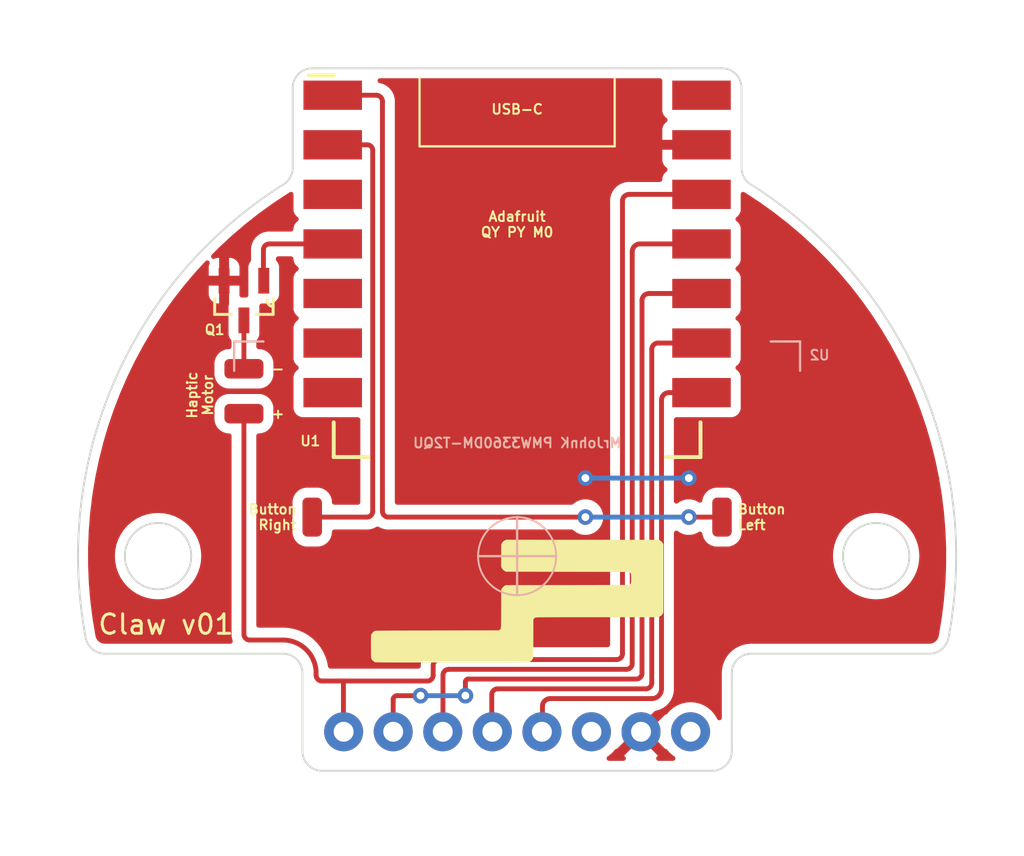
<source format=kicad_pcb>
(kicad_pcb (version 20211014) (generator pcbnew)
  (title_block (title "Claw Trackball") (date "2022-11-11") (rev "v01") (comment 1 "Author: Jim Palmer") (comment 2 "License: MIT"))
  (layers (0 "F.Cu" signal) (31 "B.Cu" signal) (36 "B.SilkS" user "B.Silkscreen") (37 "F.SilkS" user "F.Silkscreen") (38 "B.Mask" user) (39 "F.Mask" user) (44 "Edge.Cuts" user))
  (net 0 "")
  (net 1 "Net-(J1-Pad1)")
  (net 2 "Net-(J2-Pad1)")
  (net 3 "Net-(U1-Pad1)")
  (net 4 "Net-(U1-Pad2)")
  (net 5 "Net-(Q1-Pad1)")
  (net 6 "GND")
  (net 12 "Net-(U1-Pad11)")
  (net 13 "Net-(U1-Pad12)")
  (net 14 "Net-(U1-Pad13)")
  (net 15 "Net-(U1-Pad14)")
  (footprint "Trackball:Adafruit_QT_PY_M0" (layer "F.Cu") (at 144.5 131 -90)
    (fp_text reference "U1" (at 10.1 10.6 unlocked) (layer "F.SilkS") (effects (font (size 0.5 0.5) (thickness 0.1))))
    (fp_text value "Adafruit_QT_Py_M0")
    (fp_line (start 10.922 7.62) (end 10.922 9.398) (layer "F.SilkS") (width 0.2))
    (fp_line (start 10.922 -9.398) (end 10.922 -7.62) (layer "F.SilkS") (width 0.2))
    (fp_line (start -5 -5) (end -5 5) (layer "F.SilkS") (width 0.12))
    (fp_line (start 9.144 -9.398) (end 10.922 -9.398) (layer "F.SilkS") (width 0.2))
    (fp_line (start -5 5) (end -8.5 5) (layer "F.SilkS") (width 0.12))
    (fp_line (start -8.636 9.398) (end -8.636 10.668) (layer "F.SilkS") (width 0.2))
    (fp_line (start 10.922 9.398) (end 9.144 9.398) (layer "F.SilkS") (width 0.2))
    (fp_line (start -8.5 -5) (end -5 -5) (layer "F.SilkS") (width 0.12))
    (pad "1" smd rect (at -7.62 9.45 270) (size 1.5 3) (layers "F.Cu" "F.Paste" "F.Mask") (net 3 "Net-(U1-Pad1)"))
    (pad "2" smd rect (at -5.08 9.45 270) (size 1.5 3) (layers "F.Cu" "F.Paste" "F.Mask") (net 4 "Net-(U1-Pad2)"))
    (pad "3" smd rect (at -2.54 9.45 270) (size 1.5 3) (layers "F.Cu" "F.Paste" "F.Mask"))
    (pad "4" smd rect (at 0 9.45 270) (size 1.5 3) (layers "F.Cu" "F.Paste" "F.Mask") (net 5 "Net-(Q1-Pad1)"))
    (pad "5" smd rect (at 2.54 9.45 270) (size 1.5 3) (layers "F.Cu" "F.Paste" "F.Mask"))
    (pad "6" smd rect (at 5.08 9.45 270) (size 1.5 3) (layers "F.Cu" "F.Paste" "F.Mask"))
    (pad "7" smd rect (at 7.62 9.45 270) (size 1.5 3) (layers "F.Cu" "F.Paste" "F.Mask"))
    (pad "8" smd rect (at -7.62 -9.45 270) (size 1.5 3) (layers "F.Cu" "F.Paste" "F.Mask"))
    (pad "9" smd rect (at -5.08 -9.45 270) (size 1.5 3) (layers "F.Cu" "F.Paste" "F.Mask") (net 6 "GND"))
    (pad "10" smd rect (at -2.54 -9.45 270) (size 1.5 3) (layers "F.Cu" "F.Paste" "F.Mask") (net 1 "Net-(J1-Pad1)"))
    (pad "11" smd rect (at 0 -9.45 270) (size 1.5 3) (layers "F.Cu" "F.Paste" "F.Mask") (net 12 "Net-(U1-Pad11)"))
    (pad "12" smd rect (at 2.54 -9.45 270) (size 1.5 3) (layers "F.Cu" "F.Paste" "F.Mask") (net 13 "Net-(U1-Pad12)"))
    (pad "13" smd rect (at 5.08 -9.45 270) (size 1.5 3) (layers "F.Cu" "F.Paste" "F.Mask") (net 14 "Net-(U1-Pad13)"))
    (pad "14" smd rect (at 7.62 -9.45 270) (size 1.5 3) (layers "F.Cu" "F.Paste" "F.Mask") (net 15 "Net-(U1-Pad14)"))
  )
  (footprint "Trackball:MMBT2222A-7-F" (layer "F.Cu") (at 130.5 133.9 -90)
    (fp_text reference "Q1" (at 1.5 1.5 180) (layer "F.SilkS") (effects (font (size 0.5 0.5) (thickness 0.1))))
    (fp_text value "MMBT2222A-7-F")
    (fp_line (start 0.7112 -0.6096) (end 0.7112 -1.4986) (layer "F.SilkS") (width 0.1524))
    (fp_line (start 0.3048 -1.4986) (end -0.1016 -1.4986) (layer "F.SilkS") (width 0.1524))
    (fp_line (start 0.7112 1.4986) (end 0.7112 0.6096) (layer "F.SilkS") (width 0.1524))
    (fp_line (start -0.1016 1.4986) (end 0.7112 1.4986) (layer "F.SilkS") (width 0.1524))
    (fp_line (start 0.7112 -1.4986) (end 0.3048 -1.4986) (layer "F.SilkS") (width 0.1524))
    (fp_arc (start 0.3048 -1.4986) (mid 0.206758 -1.273554) (end -0.0254 -1.1938) (layer "F.SilkS") (width 0.1524))
    (pad "1" smd rect (at -1.016 -1.016 270) (size 1.3208 0.5588) (layers "F.Cu" "F.Paste" "F.Mask") (net 5 "Net-(Q1-Pad1)"))
    (pad "2" smd rect (at -1.016 1.016 270) (size 1.3208 0.5588) (layers "F.Cu" "F.Paste" "F.Mask") (net 6 "GND"))
    (pad "3" smd rect (at 1.016 0 270) (size 1.3208 0.5588) (layers "F.Cu" "F.Paste" "F.Mask") (net 2 "Net-(J2-Pad1)"))
  )
  (footprint "LOGO" (layer "F.Cu") (at 144.5 149.3)
    (fp_text reference "G***" hide)
    (fp_text value "LOGO" hide)
    (fp_poly (pts (xy 3.349973 -3.138644) (xy 7.261355 -3.136937) (xy 7.312343 -3.1111) (xy 7.375027 -3.072741) (xy 7.423072 -3.026943) (xy 7.461957 -2.968427) (xy 7.463634 -2.965308) (xy 7.495579 -2.905372) (xy 7.495579 -1.159226) (xy 7.495577 -0.938986) (xy 7.495564 -0.738065) (xy 7.495529 -0.555552) (xy 7.495461 -0.390535) (xy 7.49535 -0.242102) (xy 7.495185 -0.109343) (xy 7.494957 0.008656) (xy 7.494653 0.112805) (xy 7.494264 0.204016) (xy 7.493779 0.283201) (xy 7.493187 0.351272) (xy 7.492478 0.409139) (xy 7.491641 0.457715) (xy 7.490666 0.497912) (xy 7.489542 0.53064) (xy 7.488258 0.556812) (xy 7.486804 0.57734) (xy 7.485169 0.593134) (xy 7.483343 0.605106) (xy 7.481315 0.614169) (xy 7.479074 0.621234) (xy 7.47661 0.627212) (xy 7.474776 0.631177) (xy 7.433805 0.697944) (xy 7.378822 0.752007) (xy 7.31181 0.793532) (xy 7.239974 0.829471) (xy 4.108059 0.830182) (xy 3.807612 0.83028) (xy 3.520016 0.830434) (xy 3.245684 0.830644) (xy 2.985028 0.830906) (xy 2.738461 0.831221) (xy 2.506394 0.831587) (xy 2.28924 0.832003) (xy 2.087412 0.832466) (xy 1.901321 0.832977) (xy 1.73138 0.833533) (xy 1.578001 0.834133) (xy 1.441597 0.834776) (xy 1.322579 0.835461) (xy 1.22136 0.836185) (xy 1.138352 0.836949) (xy 1.073968 0.83775) (xy 1.02862 0.838587) (xy 1.002719 0.839459) (xy 0.996376 0.840272) (xy 1.006003 0.845852) (xy 0.99796 0.84613) (xy 0.98447 0.843977) (xy 0.942358 0.846516) (xy 0.900935 0.868163) (xy 0.862869 0.90706) (xy 0.834528 0.944208) (xy 0.832032 1.744128) (xy 0.83148 1.923234) (xy 0.83098 2.083235) (xy 0.830501 2.225257) (xy 0.83001 2.350425) (xy 0.829476 2.459866) (xy 0.828866 2.554705) (xy 0.828147 2.636068) (xy 0.827289 2.705081) (xy 0.826259 2.762869) (xy 0.825023 2.810558) (xy 0.823552 2.849274) (xy 0.821811 2.880143) (xy 0.819769 2.904291) (xy 0.817395 2.922843) (xy 0.814655 2.936926) (xy 0.811517 2.947664) (xy 0.80795 2.956184) (xy 0.803921 2.963611) (xy 0.799398 2.971072) (xy 0.796855 2.975313) (xy 0.761969 3.022953) (xy 0.7164 3.068807) (xy 0.666483 3.107263) (xy 0.619515 3.132343) (xy 0.61481 3.133981) (xy 0.608981 3.135521) (xy 0.60141 3.136965) (xy 0.591479 3.138317) (xy 0.578571 3.13958) (xy 0.562069 3.140757) (xy 0.541354 3.141851) (xy 0.51581 3.142865) (xy 0.484818 3.143804) (xy 0.447761 3.144669) (xy 0.404021 3.145463) (xy 0.352981 3.146191) (xy 0.294023 3.146855) (xy 0.226529 3.147459) (xy 0.149882 3.148005) (xy 0.063465 3.148497) (xy -0.033341 3.148938) (xy -0.141153 3.149331) (xy -0.260588 3.149679) (xy -0.392265 3.149986) (xy -0.5368 3.150254) (xy -0.694811 3.150487) (xy -0.866917 3.150687) (xy -1.053734 3.150859) (xy -1.25588 3.151005) (xy -1.473974 3.151129) (xy -1.708631 3.151233) (xy -1.960471 3.151321) (xy -2.23011 3.151396) (xy -2.518166 3.151461) (xy -2.825258 3.151519) (xy -3.130745 3.15157) (xy -3.40563 3.151598) (xy -3.676426 3.151596) (xy -3.942368 3.151563) (xy -4.20269 3.151502) (xy -4.456627 3.151412) (xy -4.703411 3.151295) (xy -4.942278 3.151152) (xy -5.172462 3.150984) (xy -5.393197 3.150792) (xy -5.603717 3.150576) (xy -5.803256 3.150339) (xy -5.991048 3.15008) (xy -6.166328 3.149801) (xy -6.328331 3.149503) (xy -6.476289 3.149187) (xy -6.609438 3.148853) (xy -6.727011 3.148503) (xy -6.828242 3.148138) (xy -6.912367 3.147759) (xy -6.978619 3.147367) (xy -7.026232 3.146962) (xy -7.054441 3.146545) (xy -7.055823 3.146512) (xy -7.278631 3.140861) (xy -7.331191 3.10711) (xy -7.399888 3.052558) (xy -7.450987 2.988312) (xy -7.469222 2.954238) (xy -7.473749 2.943982) (xy -7.477584 2.933243) (xy -7.480786 2.920346) (xy -7.48341 2.903619) (xy -7.485515 2.881387) (xy -7.487158 2.851977) (xy -7.488396 2.813714) (xy -7.489286 2.764925) (xy -7.489885 2.703937) (xy -7.490251 2.629075) (xy -7.490441 2.538666) (xy -7.490512 2.431037) (xy -7.490522 2.331621) (xy -7.490504 2.209025) (xy -7.490411 2.104987) (xy -7.490188 2.017835) (xy -7.489777 1.945897) (xy -7.48912 1.8875) (xy -7.488162 1.840971) (xy -7.486846 1.804637) (xy -7.485114 1.776828) (xy -7.482909 1.755869) (xy -7.480175 1.740088) (xy -7.476856 1.727814) (xy -7.472893 1.717372) (xy -7.469362 1.709519) (xy -7.431418 1.647521) (xy -7.380336 1.592354) (xy -7.321221 1.548745) (xy -7.269961 1.524799) (xy -7.259429 1.52363) (xy -7.234603 1.522505) (xy -7.195165 1.521422) (xy -7.140798 1.520378) (xy -7.071185 1.519374) (xy -6.986007 1.518405) (xy -6.884947 1.517472) (xy -6.767688 1.516573) (xy -6.633912 1.515705) (xy -6.483303 1.514867) (xy -6.315541 1.514058) (xy -6.13031 1.513275) (xy -5.927293 1.512517) (xy -5.706171 1.511783) (xy -5.466627 1.51107) (xy -5.208345 1.510377) (xy -4.931005 1.509702) (xy -4.634291 1.509044) (xy -4.317886 1.508401) (xy -4.085065 1.50796) (xy -0.932496 1.502151) (xy -0.893628 1.470885) (xy -0.882364 1.462259) (xy -0.872392 1.454774) (xy -0.863629 1.447216) (xy -0.855989 1.438368) (xy -0.849389 1.427017) (xy -0.843745 1.411945) (xy -0.838971 1.391937) (xy -0.834985 1.365779) (xy -0.8317 1.332253) (xy -0.829035 1.290145) (xy -0.826903 1.238239) (xy -0.825221 1.17532) (xy -0.823904 1.100172) (xy -0.822868 1.011579) (xy -0.82203 0.908326) (xy -0.821304 0.789198) (xy -0.820606 0.652978) (xy -0.819853 0.498452) (xy -0.819355 0.399562) (xy -0.814297 -0.58164) (xy -0.784292 -0.635813) (xy -0.744302 -0.69227) (xy -0.691028 -0.745004) (xy -0.631224 -0.787487) (xy -0.622103 -0.792575) (xy -0.581641 -0.814297) (xy 2.581041 -0.819354) (xy 5.743723 -0.824412) (xy 5.781716 -0.855163) (xy 5.802072 -0.873262) (xy 5.817783 -0.892397) (xy 5.829389 -0.915332) (xy 5.837428 -0.944826) (xy 5.842438 -0.983641) (xy 5.844957 -1.034538) (xy 5.845525 -1.100277) (xy 5.844755 -1.178454) (xy 5.84362 -1.249624) (xy 5.842338 -1.303516) (xy 5.840598 -1.34308) (xy 5.838091 -1.371268) (xy 5.834508 -1.391032) (xy 5.82954 -1.405324) (xy 5.822878 -1.417095) (xy 5.819198 -1.42242) (xy 5.795855 -1.44949) (xy 5.769978 -1.472059) (xy 5.768621 -1.472998) (xy 5.765549 -1.474806) (xy 5.761399 -1.476498) (xy 5.755505 -1.478078) (xy 5.747199 -1.479553) (xy 5.735816 -1.480927) (xy 5.720688 -1.482205) (xy 5.70115 -1.483393) (xy 5.676533 -1.484494) (xy 5.646173 -1.485515) (xy 5.609402 -1.48646) (xy 5.565554 -1.487334) (xy 5.513962 -1.488143) (xy 5.45396 -1.488891) (xy 5.384881 -1.489583) (xy 5.306058 -1.490225) (xy 5.216825 -1.490822) (xy 5.116516 -1.491378) (xy 5.004463 -1.491899) (xy 4.880001 -1.492389) (xy 4.742462 -1.492854) (xy 4.59118 -1.493299) (xy 4.425489 -1.493729) (xy 4.244721 -1.494149) (xy 4.048211 -1.494563) (xy 3.835291 -1.494978) (xy 3.605296 -1.495397) (xy 3.357559 -1.495827) (xy 3.091412 -1.496271) (xy 2.80619 -1.496736) (xy 2.584508 -1.497092) (xy -0.571525 -1.50215) (xy -0.618687 -1.525383) (xy -0.690252 -1.571142) (xy -0.74941 -1.630696) (xy -0.789506 -1.693823) (xy -0.821094 -1.757987) (xy -0.817696 -2.328038) (xy -0.814297 -2.898088) (xy -0.786178 -2.955347) (xy -0.742407 -3.021835) (xy -0.682489 -3.076633) (xy -0.618259 -3.11395) (xy -0.56141 -3.140351)) (layer "F.SilkS") (width 0) (fill solid))
  )
  (footprint "Connector_Wire:SolderWirePad_1x01_SMD_1x2mm" (layer "F.Cu") (at 130.5 139.7 -90)
    (fp_text reference "+" (at 0 -1.75 -180) (layer "F.SilkS") (effects (font (size 0.5 0.5) (thickness 0.1))))
    (fp_text value "Conn_01x01_Male")
    (pad "1" smd roundrect (at 0 0 270) (size 1 2) (layers "F.Cu" "F.Paste" "F.Mask") (net 1 "Net-(J1-Pad1)"))
  )
  (footprint "Connector_Wire:SolderWirePad_1x01_SMD_1x2mm" (layer "F.Cu") (at 130.5 137.4 -90)
    (fp_text reference "-" (at 0 -1.75 -180) (layer "F.SilkS") (effects (font (size 0.5 0.5) (thickness 0.1))))
    (fp_text value "Conn_01x01_Male")
    (pad "1" smd roundrect (at 0 0 270) (size 1 2) (layers "F.Cu" "F.Paste" "F.Mask") (net 2 "Net-(J2-Pad1)"))
  )
  (footprint "Connector_Wire:SolderWirePad_1x01_SMD_1x2mm" (layer "F.Cu") (at 134 145)
    (fp_text reference "J2" hide)
    (fp_text value "Conn_01x01_Male")
    (pad "1" smd roundrect (at 0 0) (size 1 2) (layers "F.Cu" "F.Paste" "F.Mask") (net 4 "Net-(U1-Pad2)"))
  )
  (footprint "Connector_Wire:SolderWirePad_1x01_SMD_1x2mm" (layer "F.Cu") (at 155 145)
    (fp_text reference "J1" hide)
    (fp_text value "Conn_01x01_Male")
    (pad "1" smd roundrect (at 0 0) (size 1 2) (layers "F.Cu" "F.Paste" "F.Mask") (net 3 "Net-(U1-Pad1)"))
  )
  (footprint "Trackball:MrJohnK_PMW3360DM-T2QU" (layer "B.Cu") (at 144.5 147 180)
    (fp_text reference "U2" (at -15.5 10.3 unlocked) (layer "B.SilkS") (effects (font (size 0.5 0.5) (thickness 0.1)) (justify mirror)))
    (fp_text value "MrJohnK_PMW3360DM-T2QU")
    (fp_line (start 14.5 11) (end 14.5 9.5) (layer "B.SilkS") (width 0.12))
    (fp_line (start 2 0) (end -2 0) (layer "B.SilkS") (width 0.12))
    (fp_line (start -14.5 11) (end -14.5 9.5) (layer "B.SilkS") (width 0.12))
    (fp_line (start 13 11) (end 14.5 11) (layer "B.SilkS") (width 0.12))
    (fp_line (start 0 2) (end 0 -2) (layer "B.SilkS") (width 0.12))
    (fp_line (start -13 11) (end -14.5 11) (layer "B.SilkS") (width 0.12))
    (fp_circle (center 0 0) (end 2 0) (layer "B.SilkS") (width 0.1) (fill none))
    (pad "1" thru_hole circle (at -8.89 -9 180) (size 2 2) (drill 1.02) (layers *.Cu *.Mask))
    (pad "2" thru_hole circle (at -6.35 -9 180) (size 2 2) (drill 1.02) (layers *.Cu *.Mask) (net 6 "GND"))
    (pad "3" thru_hole circle (at -3.81 -9 180) (size 2 2) (drill 1.02) (layers *.Cu *.Mask))
    (pad "4" thru_hole circle (at -1.27 -9 180) (size 2 2) (drill 1.02) (layers *.Cu *.Mask) (net 15 "Net-(U1-Pad14)"))
    (pad "5" thru_hole circle (at 1.27 -9 180) (size 2 2) (drill 1.02) (layers *.Cu *.Mask) (net 14 "Net-(U1-Pad13)"))
    (pad "6" thru_hole circle (at 3.81 -9 180) (size 2 2) (drill 1.02) (layers *.Cu *.Mask) (net 12 "Net-(U1-Pad11)"))
    (pad "7" thru_hole circle (at 6.35 -9 180) (size 2 2) (drill 1.02) (layers *.Cu *.Mask) (net 13 "Net-(U1-Pad12)"))
    (pad "8" thru_hole circle (at 8.89 -9 180) (size 2 2) (drill 1.02) (layers *.Cu *.Mask) (net 1 "Net-(J1-Pad1)"))
  )
  (gr_line (start 133 123) (end 133 127.100252) (layer "Edge.Cuts") (width 0.1))
  (gr_line (start 132.5 152.000001) (end 123.37537 152.000001) (layer "Edge.Cuts") (width 0.1))
  (gr_circle (center 162.900036 147.000001) (end 164.600036 147.000001) (layer "Edge.Cuts") (width 0.1) (fill none))
  (gr_arc (start 155.5 153.000001) (mid 155.792893 152.292894) (end 156.5 152.000001) (layer "Edge.Cuts") (width 0.1))
  (gr_line (start 156 123) (end 156 127.100252) (layer "Edge.Cuts") (width 0.1))
  (gr_arc (start 134.5 158.000001) (mid 133.792893 157.707108) (end 133.5 157.000001) (layer "Edge.Cuts") (width 0.1))
  (gr_arc (start 155 122) (mid 155.707107 122.292893) (end 156 123) (layer "Edge.Cuts") (width 0.1))
  (gr_arc (start 132.5 152.000001) (mid 133.207107 152.292894) (end 133.5 153.000001) (layer "Edge.Cuts") (width 0.1))
  (gr_arc (start 133 123) (mid 133.292894 122.292894) (end 134 122) (layer "Edge.Cuts") (width 0.1))
  (gr_arc (start 156.468085 127.94705) (mid 165.122646 138.002419) (end 166.607171 151.186048) (layer "Edge.Cuts") (width 0.1))
  (gr_arc (start 133 127.100252) (mid 132.87519 127.584032) (end 132.531915 127.94705) (layer "Edge.Cuts") (width 0.1))
  (gr_line (start 133.5 157.000001) (end 133.5 153.000001) (layer "Edge.Cuts") (width 0.1))
  (gr_circle (center 126.099964 147.000001) (end 127.799964 147.000001) (layer "Edge.Cuts") (width 0.1) (fill none))
  (gr_arc (start 122.392829 151.186048) (mid 123.877354 138.002419) (end 132.531915 127.94705) (layer "Edge.Cuts") (width 0.1))
  (gr_arc (start 156.468085 127.94705) (mid 156.124809 127.584032) (end 156 127.100252) (layer "Edge.Cuts") (width 0.1))
  (gr_line (start 155.5 157.000001) (end 155.5 153.000001) (layer "Edge.Cuts") (width 0.1))
  (gr_line (start 134 122) (end 155 122) (layer "Edge.Cuts") (width 0.1))
  (gr_arc (start 166.607171 151.186048) (mid 166.26258 151.770093) (end 165.62463 152.000001) (layer "Edge.Cuts") (width 0.1))
  (gr_arc (start 123.37537 152.000001) (mid 122.737423 151.770081) (end 122.392829 151.186048) (layer "Edge.Cuts") (width 0.1))
  (gr_line (start 156.5 152.000001) (end 165.62463 152.000001) (layer "Edge.Cuts") (width 0.1))
  (gr_line (start 134.5 158.000001) (end 154.5 158.000001) (layer "Edge.Cuts") (width 0.1))
  (gr_arc (start 155.5 157.000001) (mid 155.207107 157.707108) (end 154.5 158.000001) (layer "Edge.Cuts") (width 0.1))
  (gr_text "MrJohnK PMW3360DM-T2QU" (at 144.5 141.2) (layer "B.SilkS") (effects (font (size 0.5 0.5) (thickness 0.1)) (justify mirror)))
  (gr_text "Adafruit\nQY PY M0" (at 144.5 130) (layer "F.SilkS") (effects (font (size 0.5 0.5) (thickness 0.1))))
  (gr_text "Button\nRight" (at 133.25 145) (layer "F.SilkS") (effects (font (size 0.5 0.5) (thickness 0.1)) (justify right)))
  (gr_text "Button\nLeft" (at 155.75 145) (layer "F.SilkS") (effects (font (size 0.5 0.5) (thickness 0.1)) (justify left)))
  (gr_text "Haptic\nMotor" (at 128.25 138.75 90) (layer "F.SilkS") (effects (font (size 0.5 0.5) (thickness 0.1))))
  (gr_text "USB-C" (at 144.5 124.1) (layer "F.SilkS") (effects (font (size 0.5 0.5) (thickness 0.1))))
  (gr_text "Claw v01" (at 126.5 150.5) (layer "F.SilkS") (effects (font (size 1 1))))
  (segment (start 139.9 153.4) (end 135.6 153.4) (width 0.25) (layer "F.Cu") (net 1))
  (segment (start 132.5 151.3) (end 130.8 151.3) (width 0.25) (layer "F.Cu") (net 1))
  (segment (start 130.5 151) (end 130.5 139.7) (width 0.25) (layer "F.Cu") (net 1))
  (segment (start 135.6 153.4) (end 134.5 153.4) (width 0.25) (layer "F.Cu") (net 1))
  (segment (start 153.95 128.46) (end 150.24 128.46) (width 0.25) (layer "F.Cu") (net 1))
  (segment (start 149.9 128.8) (end 149.9 152) (width 0.25) (layer "F.Cu") (net 1))
  (segment (start 135.6 153.4) (end 135.6 155.99) (width 0.25) (layer "F.Cu") (net 1))
  (segment (start 140.2 152.6) (end 140.2 153.1) (width 0.25) (layer "F.Cu") (net 1))
  (segment (start 149.6 152.3) (end 140.5 152.3) (width 0.25) (layer "F.Cu") (net 1))
  (segment (start 134.2 153.1) (end 134.2 153) (width 0.25) (layer "F.Cu") (net 1))
  (arc (start 149.9 152) (mid 149.812132 152.212132) (end 149.6 152.3) (width 0.25) (layer "F.Cu") (net 1))
  (arc (start 140.2 153.1) (mid 140.112132 153.312132) (end 139.9 153.4) (width 0.25) (layer "F.Cu") (net 1))
  (arc (start 134.5 153.4) (mid 134.287868 153.312132) (end 134.2 153.1) (width 0.25) (layer "F.Cu") (net 1))
  (arc (start 130.8 151.3) (mid 130.587868 151.212132) (end 130.5 151) (width 0.25) (layer "F.Cu") (net 1))
  (arc (start 135.6 155.99) (mid 135.602929 155.997071) (end 135.61 156) (width 0.25) (layer "F.Cu") (net 1))
  (arc (start 140.5 152.3) (mid 140.287868 152.387868) (end 140.2 152.6) (width 0.25) (layer "F.Cu") (net 1))
  (arc (start 134.2 153) (mid 133.702082 151.797918) (end 132.5 151.3) (width 0.25) (layer "F.Cu") (net 1))
  (arc (start 150.24 128.46) (mid 149.999584 128.559584) (end 149.9 128.8) (width 0.25) (layer "F.Cu") (net 1))
  (segment (start 130.5 134.916) (end 130.5 137.4) (width 0.25) (layer "F.Cu") (net 2))
  (segment (start 137.9 145) (end 148 145) (width 0.25) (layer "F.Cu") (net 3))
  (segment (start 135.05 123.38) (end 137.28 123.38) (width 0.25) (layer "F.Cu") (net 3))
  (segment (start 153.3 145) (end 155 145) (width 0.25) (layer "F.Cu") (net 3))
  (segment (start 137.6 123.7) (end 137.6 144.7) (width 0.25) (layer "F.Cu") (net 3))
  (via (at 148 145) (size 0.8) (drill 0.4) (layers "F.Cu" "B.Cu") (net 3))
  (via (at 153.3 145) (size 0.8) (drill 0.4) (layers "F.Cu" "B.Cu") (net 3))
  (arc (start 137.28 123.38) (mid 137.506274 123.473726) (end 137.6 123.7) (width 0.25) (layer "F.Cu") (net 3))
  (arc (start 137.6 144.7) (mid 137.687868 144.912132) (end 137.9 145) (width 0.25) (layer "F.Cu") (net 3))
  (segment (start 148 145) (end 153.3 145) (width 0.25) (layer "B.Cu") (net 3))
  (segment (start 136.8 145) (end 134 145) (width 0.25) (layer "F.Cu") (net 4))
  (segment (start 135.05 125.92) (end 136.82 125.92) (width 0.25) (layer "F.Cu") (net 4))
  (segment (start 137.1 126.2) (end 137.1 144.7) (width 0.25) (layer "F.Cu") (net 4))
  (arc (start 136.82 125.92) (mid 137.01799 126.00201) (end 137.1 126.2) (width 0.25) (layer "F.Cu") (net 4))
  (arc (start 137.1 144.7) (mid 137.012132 144.912132) (end 136.8 145) (width 0.25) (layer "F.Cu") (net 4))
  (segment (start 135.05 131) (end 131.8 131) (width 0.25) (layer "F.Cu") (net 5))
  (segment (start 131.5 131.3) (end 131.5 132.868) (width 0.25) (layer "F.Cu") (net 5))
  (arc (start 131.8 131) (mid 131.587868 131.087868) (end 131.5 131.3) (width 0.25) (layer "F.Cu") (net 5))
  (arc (start 131.5 132.868) (mid 131.504686 132.879314) (end 131.516 132.884) (width 0.25) (layer "F.Cu") (net 5))
  (via (at 153.3 143) (size 0.8) (drill 0.4) (layers "F.Cu" "B.Cu") (net 6))
  (via (at 148 143) (size 0.8) (drill 0.4) (layers "F.Cu" "B.Cu") (net 6))
  (segment (start 153.3 143) (end 148 143) (width 0.25) (layer "B.Cu") (net 6))
  (segment (start 140.7 153.1) (end 140.7 155.99) (width 0.25) (layer "F.Cu") (net 12))
  (segment (start 150.4 131.4) (end 150.4 152.5) (width 0.25) (layer "F.Cu") (net 12))
  (segment (start 150.1 152.8) (end 141 152.8) (width 0.25) (layer "F.Cu") (net 12))
  (segment (start 153.95 131) (end 150.8 131) (width 0.25) (layer "F.Cu") (net 12))
  (arc (start 140.7 155.99) (mid 140.697071 155.997071) (end 140.69 156) (width 0.25) (layer "F.Cu") (net 12))
  (arc (start 150.4 152.5) (mid 150.312132 152.712132) (end 150.1 152.8) (width 0.25) (layer "F.Cu") (net 12))
  (arc (start 141 152.8) (mid 140.787868 152.887868) (end 140.7 153.1) (width 0.25) (layer "F.Cu") (net 12))
  (arc (start 150.8 131) (mid 150.517157 131.117157) (end 150.4 131.4) (width 0.25) (layer "F.Cu") (net 12))
  (segment (start 150.9 133.9) (end 150.9 153) (width 0.25) (layer "F.Cu") (net 13))
  (segment (start 138.15 154.35) (end 138.15 156) (width 0.25) (layer "F.Cu") (net 13))
  (segment (start 141.85 153.45) (end 141.85 154.15) (width 0.25) (layer "F.Cu") (net 13))
  (segment (start 139.55 154.15) (end 138.35 154.15) (width 0.25) (layer "F.Cu") (net 13))
  (segment (start 153.95 133.54) (end 151.26 133.54) (width 0.25) (layer "F.Cu") (net 13))
  (segment (start 150.6 153.3) (end 142 153.3) (width 0.25) (layer "F.Cu") (net 13))
  (via (at 141.85 154.15) (size 0.8) (drill 0.4) (layers "F.Cu" "B.Cu") (net 13))
  (via (at 139.55 154.15) (size 0.8) (drill 0.4) (layers "F.Cu" "B.Cu") (net 13))
  (arc (start 151.26 133.54) (mid 151.005442 133.645442) (end 150.9 133.9) (width 0.25) (layer "F.Cu") (net 13))
  (arc (start 138.35 154.15) (mid 138.208579 154.208579) (end 138.15 154.35) (width 0.25) (layer "F.Cu") (net 13))
  (arc (start 150.9 153) (mid 150.812132 153.212132) (end 150.6 153.3) (width 0.25) (layer "F.Cu") (net 13))
  (arc (start 142 153.3) (mid 141.893934 153.343934) (end 141.85 153.45) (width 0.25) (layer "F.Cu") (net 13))
  (segment (start 141.85 154.15) (end 139.55 154.15) (width 0.25) (layer "B.Cu") (net 13))
  (segment (start 153.95 136.08) (end 151.72 136.08) (width 0.25) (layer "F.Cu") (net 14))
  (segment (start 151.1 153.8) (end 143.5 153.8) (width 0.25) (layer "F.Cu") (net 14))
  (segment (start 151.4 136.4) (end 151.4 153.5) (width 0.25) (layer "F.Cu") (net 14))
  (segment (start 143.2 154.1) (end 143.2 155.97) (width 0.25) (layer "F.Cu") (net 14))
  (arc (start 143.2 155.97) (mid 143.208787 155.991213) (end 143.23 156) (width 0.25) (layer "F.Cu") (net 14))
  (arc (start 143.5 153.8) (mid 143.287868 153.887868) (end 143.2 154.1) (width 0.25) (layer "F.Cu") (net 14))
  (arc (start 151.4 153.5) (mid 151.312132 153.712132) (end 151.1 153.8) (width 0.25) (layer "F.Cu") (net 14))
  (arc (start 151.72 136.08) (mid 151.493726 136.173726) (end 151.4 136.4) (width 0.25) (layer "F.Cu") (net 14))
  (segment (start 145.8 154.7) (end 145.8 155.97) (width 0.25) (layer "F.Cu") (net 15))
  (segment (start 151.9 139) (end 151.9 153.8) (width 0.25) (layer "F.Cu") (net 15))
  (segment (start 151.4 154.3) (end 146.2 154.3) (width 0.25) (layer "F.Cu") (net 15))
  (segment (start 153.95 138.62) (end 152.28 138.62) (width 0.25) (layer "F.Cu") (net 15))
  (arc (start 151.9 153.8) (mid 151.753553 154.153553) (end 151.4 154.3) (width 0.25) (layer "F.Cu") (net 15))
  (arc (start 145.8 155.97) (mid 145.791213 155.991213) (end 145.77 156) (width 0.25) (layer "F.Cu") (net 15))
  (arc (start 146.2 154.3) (mid 145.917157 154.417157) (end 145.8 154.7) (width 0.25) (layer "F.Cu") (net 15))
  (arc (start 152.28 138.62) (mid 152.011299 138.731299) (end 151.9 139) (width 0.25) (layer "F.Cu") (net 15))
  (zone (net 6) (net_name "GND") (layer "F.Cu") (connect_pads (clearance 0.508)) (min_thickness 0.254) (fill yes (thermal_gap 0.508) (thermal_bridge_width 0.508))
    (polygon (pts (xy 170.5 162) (xy 118 162) (xy 118 118.5) (xy 170.5 118.5)))
  )
)
</source>
